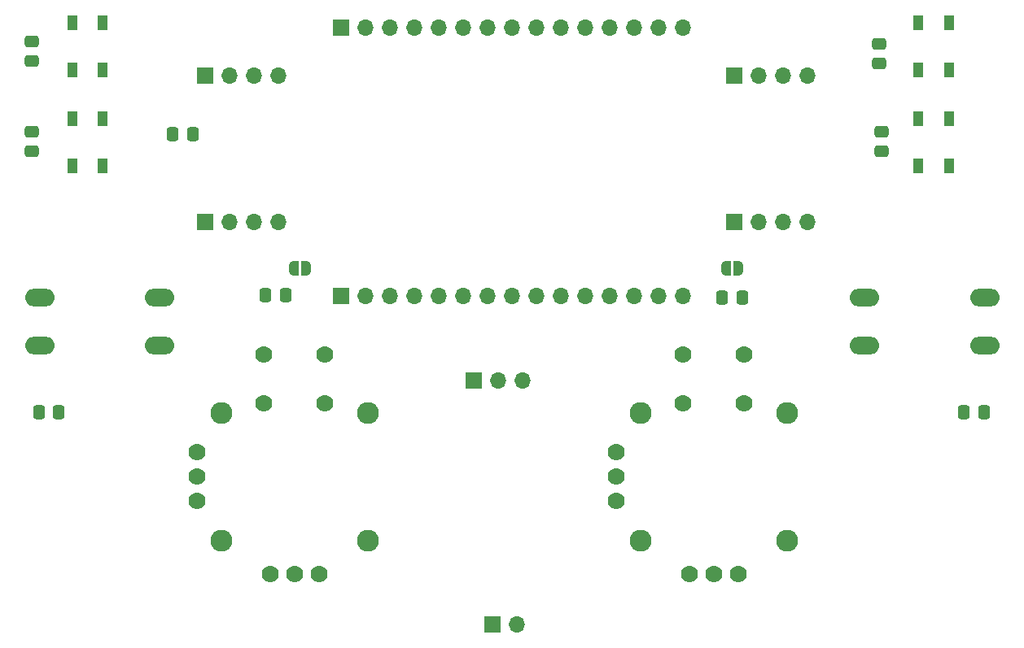
<source format=gbr>
%TF.GenerationSoftware,KiCad,Pcbnew,(6.0.1)*%
%TF.CreationDate,2022-11-16T17:15:53-05:00*%
%TF.ProjectId,Projet_Final_GI_Equipe2,50726f6a-6574-45f4-9669-6e616c5f4749,rev?*%
%TF.SameCoordinates,Original*%
%TF.FileFunction,Soldermask,Top*%
%TF.FilePolarity,Negative*%
%FSLAX46Y46*%
G04 Gerber Fmt 4.6, Leading zero omitted, Abs format (unit mm)*
G04 Created by KiCad (PCBNEW (6.0.1)) date 2022-11-16 17:15:53*
%MOMM*%
%LPD*%
G01*
G04 APERTURE LIST*
G04 Aperture macros list*
%AMRoundRect*
0 Rectangle with rounded corners*
0 $1 Rounding radius*
0 $2 $3 $4 $5 $6 $7 $8 $9 X,Y pos of 4 corners*
0 Add a 4 corners polygon primitive as box body*
4,1,4,$2,$3,$4,$5,$6,$7,$8,$9,$2,$3,0*
0 Add four circle primitives for the rounded corners*
1,1,$1+$1,$2,$3*
1,1,$1+$1,$4,$5*
1,1,$1+$1,$6,$7*
1,1,$1+$1,$8,$9*
0 Add four rect primitives between the rounded corners*
20,1,$1+$1,$2,$3,$4,$5,0*
20,1,$1+$1,$4,$5,$6,$7,0*
20,1,$1+$1,$6,$7,$8,$9,0*
20,1,$1+$1,$8,$9,$2,$3,0*%
%AMFreePoly0*
4,1,22,0.500000,-0.750000,0.000000,-0.750000,0.000000,-0.745033,-0.079941,-0.743568,-0.215256,-0.701293,-0.333266,-0.622738,-0.424486,-0.514219,-0.481581,-0.384460,-0.499164,-0.250000,-0.500000,-0.250000,-0.500000,0.250000,-0.499164,0.250000,-0.499963,0.256109,-0.478152,0.396186,-0.417904,0.524511,-0.324060,0.630769,-0.204165,0.706417,-0.067858,0.745374,0.000000,0.744959,0.000000,0.750000,
0.500000,0.750000,0.500000,-0.750000,0.500000,-0.750000,$1*%
%AMFreePoly1*
4,1,20,0.000000,0.744959,0.073905,0.744508,0.209726,0.703889,0.328688,0.626782,0.421226,0.519385,0.479903,0.390333,0.500000,0.250000,0.500000,-0.250000,0.499851,-0.262216,0.476331,-0.402017,0.414519,-0.529596,0.319384,-0.634700,0.198574,-0.708877,0.061801,-0.746166,0.000000,-0.745033,0.000000,-0.750000,-0.500000,-0.750000,-0.500000,0.750000,0.000000,0.750000,0.000000,0.744959,
0.000000,0.744959,$1*%
G04 Aperture macros list end*
%ADD10R,1.700000X1.700000*%
%ADD11O,1.700000X1.700000*%
%ADD12FreePoly0,0.000000*%
%ADD13FreePoly1,0.000000*%
%ADD14FreePoly0,180.000000*%
%ADD15FreePoly1,180.000000*%
%ADD16C,1.778000*%
%ADD17C,2.286000*%
%ADD18R,1.000000X1.500000*%
%ADD19RoundRect,0.250000X0.337500X0.475000X-0.337500X0.475000X-0.337500X-0.475000X0.337500X-0.475000X0*%
%ADD20RoundRect,0.250000X0.475000X-0.337500X0.475000X0.337500X-0.475000X0.337500X-0.475000X-0.337500X0*%
%ADD21RoundRect,0.250000X-0.337500X-0.475000X0.337500X-0.475000X0.337500X0.475000X-0.337500X0.475000X0*%
%ADD22O,3.048000X1.850000*%
%ADD23RoundRect,0.250000X-0.475000X0.337500X-0.475000X-0.337500X0.475000X-0.337500X0.475000X0.337500X0*%
G04 APERTURE END LIST*
D10*
%TO.C,J1*%
X130275000Y-85215000D03*
D11*
X132815000Y-85215000D03*
X135355000Y-85215000D03*
X137895000Y-85215000D03*
X140435000Y-85215000D03*
X142975000Y-85215000D03*
X145515000Y-85215000D03*
X148055000Y-85215000D03*
X150595000Y-85215000D03*
X153135000Y-85215000D03*
X155675000Y-85215000D03*
X158215000Y-85215000D03*
X160755000Y-85215000D03*
X163295000Y-85215000D03*
X165835000Y-85215000D03*
%TD*%
D12*
%TO.C,JP2*%
X170292000Y-82296000D03*
D13*
X171592000Y-82296000D03*
%TD*%
D14*
%TO.C,JP1*%
X126634000Y-82296000D03*
D15*
X125334000Y-82296000D03*
%TD*%
D10*
%TO.C,J8*%
X146045000Y-119380000D03*
D11*
X148585000Y-119380000D03*
%TD*%
D10*
%TO.C,J7*%
X144033000Y-93980000D03*
D11*
X146573000Y-93980000D03*
X149113000Y-93980000D03*
%TD*%
D16*
%TO.C,U2*%
X158840000Y-106540000D03*
X158840000Y-104000000D03*
X158840000Y-101460000D03*
D17*
X176620000Y-97332500D03*
X176620000Y-110667500D03*
X161380000Y-110667500D03*
X161380000Y-97332500D03*
D16*
X171540000Y-114160000D03*
X169000000Y-114160000D03*
X166460000Y-114160000D03*
X172175000Y-96380000D03*
X165825000Y-96380000D03*
X172175000Y-91300000D03*
X165825000Y-91300000D03*
%TD*%
%TO.C,U1*%
X122225000Y-91300000D03*
X128575000Y-91300000D03*
X122225000Y-96380000D03*
X128575000Y-96380000D03*
X122860000Y-114160000D03*
X125400000Y-114160000D03*
X127940000Y-114160000D03*
D17*
X117780000Y-97332500D03*
X117780000Y-110667500D03*
X133020000Y-110667500D03*
X133020000Y-97332500D03*
D16*
X115240000Y-101460000D03*
X115240000Y-104000000D03*
X115240000Y-106540000D03*
%TD*%
D18*
%TO.C,D7*%
X190286000Y-66732000D03*
X193486000Y-66732000D03*
X193486000Y-71632000D03*
X190286000Y-71632000D03*
%TD*%
D19*
%TO.C,R3*%
X197104000Y-97282000D03*
X195029000Y-97282000D03*
%TD*%
D20*
%TO.C,C1*%
X98044000Y-70125500D03*
X98044000Y-68050500D03*
%TD*%
%TO.C,C3*%
X98044000Y-60727500D03*
X98044000Y-58652500D03*
%TD*%
D19*
%TO.C,R1*%
X114829500Y-68326000D03*
X112754500Y-68326000D03*
%TD*%
D21*
%TO.C,R6*%
X122406500Y-85090000D03*
X124481500Y-85090000D03*
%TD*%
D11*
%TO.C,J2*%
X165835000Y-57275000D03*
X163295000Y-57275000D03*
X160755000Y-57275000D03*
X158215000Y-57275000D03*
X155675000Y-57275000D03*
X153135000Y-57275000D03*
X150595000Y-57275000D03*
X148055000Y-57275000D03*
X145515000Y-57275000D03*
X142975000Y-57275000D03*
X140435000Y-57275000D03*
X137895000Y-57275000D03*
X135355000Y-57275000D03*
X132815000Y-57275000D03*
D10*
X130275000Y-57275000D03*
%TD*%
D18*
%TO.C,D5*%
X190286000Y-56732000D03*
X193486000Y-56732000D03*
X193486000Y-61632000D03*
X190286000Y-61632000D03*
%TD*%
D10*
%TO.C,J3*%
X171150000Y-77475000D03*
D11*
X173690000Y-77475000D03*
X176230000Y-77475000D03*
X178770000Y-77475000D03*
%TD*%
D22*
%TO.C,SW2*%
X197235000Y-85350000D03*
X184735000Y-85350000D03*
X197235000Y-90350000D03*
X184735000Y-90350000D03*
%TD*%
D23*
%TO.C,C7*%
X186436000Y-70125500D03*
X186436000Y-68050500D03*
%TD*%
D21*
%TO.C,R2*%
X98806000Y-97282000D03*
X100881000Y-97282000D03*
%TD*%
D18*
%TO.C,D3*%
X105486000Y-56732000D03*
X102286000Y-56732000D03*
X102286000Y-61632000D03*
X105486000Y-61632000D03*
%TD*%
D23*
%TO.C,C5*%
X186182000Y-60981500D03*
X186182000Y-58906500D03*
%TD*%
D10*
%TO.C,J4*%
X116150000Y-77475000D03*
D11*
X118690000Y-77475000D03*
X121230000Y-77475000D03*
X123770000Y-77475000D03*
%TD*%
D10*
%TO.C,J6*%
X171150000Y-62235000D03*
D11*
X173690000Y-62235000D03*
X176230000Y-62235000D03*
X178770000Y-62235000D03*
%TD*%
D10*
%TO.C,J5*%
X116150000Y-62235000D03*
D11*
X118690000Y-62235000D03*
X121230000Y-62235000D03*
X123770000Y-62235000D03*
%TD*%
D22*
%TO.C,SW1*%
X111410000Y-85375000D03*
X98910000Y-85375000D03*
X111410000Y-90375000D03*
X98910000Y-90375000D03*
%TD*%
D21*
%TO.C,R7*%
X171979500Y-85344000D03*
X169904500Y-85344000D03*
%TD*%
D18*
%TO.C,D1*%
X105486000Y-66732000D03*
X102286000Y-66732000D03*
X102286000Y-71632000D03*
X105486000Y-71632000D03*
%TD*%
M02*

</source>
